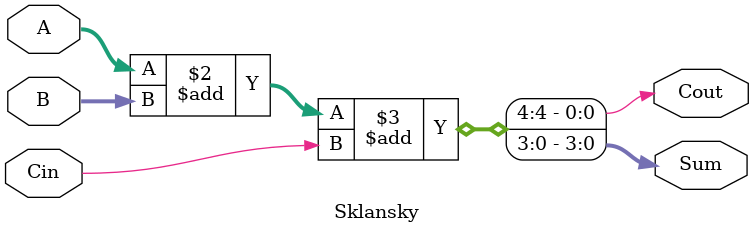
<source format=v>

`timescale 1ns/1ps

module Sklansky (
    input  wire [3:0] A,   // Entradas A[3:0]
    input  wire [3:0] B,   // Entradas B[3:0]
    input  wire       Cin, // Carry-in
    output reg  [3:0] Sum, // Saída de soma
    output reg        Cout // Carry-out
);
    // ------------------------------------------------------------------------
    // A modelagem comportamental permite descrever o comportamento desejado
    // diretamente. O operador de soma trata do "carry" automaticamente.
    // ------------------------------------------------------------------------
    always @* begin
        // {Cout, Sum} recebe a soma completa de A + B + Cin
        {Cout, Sum} = A + B + Cin;
        // A estrutura interna de Sklansky não é explicitada aqui; esta versão
        // serve como referência funcional e de validação.
    end

endmodule

</source>
